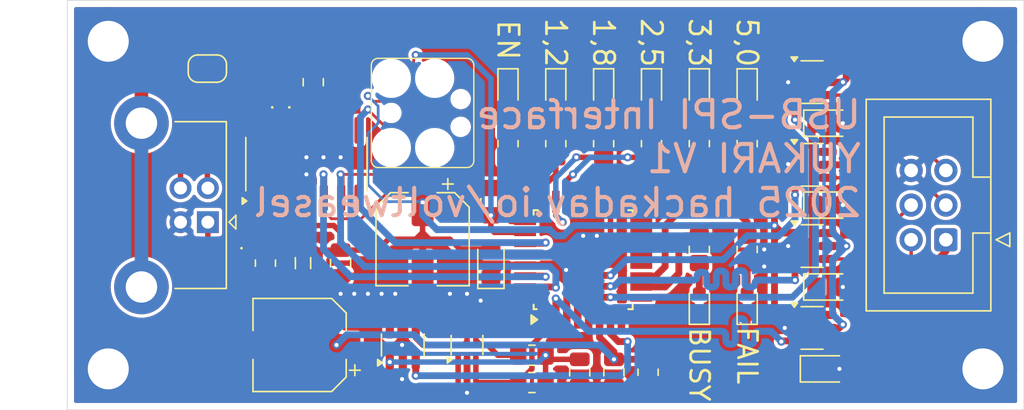
<source format=kicad_pcb>
(kicad_pcb
	(version 20240108)
	(generator "pcbnew")
	(generator_version "8.0")
	(general
		(thickness 1.6)
		(legacy_teardrops no)
	)
	(paper "A4")
	(layers
		(0 "F.Cu" signal)
		(31 "B.Cu" signal)
		(32 "B.Adhes" user "B.Adhesive")
		(33 "F.Adhes" user "F.Adhesive")
		(34 "B.Paste" user)
		(35 "F.Paste" user)
		(36 "B.SilkS" user "B.Silkscreen")
		(37 "F.SilkS" user "F.Silkscreen")
		(38 "B.Mask" user)
		(39 "F.Mask" user)
		(40 "Dwgs.User" user "User.Drawings")
		(41 "Cmts.User" user "User.Comments")
		(42 "Eco1.User" user "User.Eco1")
		(43 "Eco2.User" user "User.Eco2")
		(44 "Edge.Cuts" user)
		(45 "Margin" user)
		(46 "B.CrtYd" user "B.Courtyard")
		(47 "F.CrtYd" user "F.Courtyard")
		(48 "B.Fab" user)
		(49 "F.Fab" user)
		(50 "User.1" user)
		(51 "User.2" user)
		(52 "User.3" user)
		(53 "User.4" user)
		(54 "User.5" user)
		(55 "User.6" user)
		(56 "User.7" user)
		(57 "User.8" user)
		(58 "User.9" user)
	)
	(setup
		(stackup
			(layer "F.SilkS"
				(type "Top Silk Screen")
			)
			(layer "F.Paste"
				(type "Top Solder Paste")
			)
			(layer "F.Mask"
				(type "Top Solder Mask")
				(thickness 0.01)
			)
			(layer "F.Cu"
				(type "copper")
				(thickness 0.035)
			)
			(layer "dielectric 1"
				(type "core")
				(thickness 1.51)
				(material "FR4")
				(epsilon_r 4.5)
				(loss_tangent 0.02)
			)
			(layer "B.Cu"
				(type "copper")
				(thickness 0.035)
			)
			(layer "B.Mask"
				(type "Bottom Solder Mask")
				(thickness 0.01)
			)
			(layer "B.Paste"
				(type "Bottom Solder Paste")
			)
			(layer "B.SilkS"
				(type "Bottom Silk Screen")
			)
			(copper_finish "None")
			(dielectric_constraints no)
		)
		(pad_to_mask_clearance 0)
		(allow_soldermask_bridges_in_footprints no)
		(pcbplotparams
			(layerselection 0x00010fc_ffffffff)
			(plot_on_all_layers_selection 0x0000000_00000000)
			(disableapertmacros no)
			(usegerberextensions no)
			(usegerberattributes yes)
			(usegerberadvancedattributes yes)
			(creategerberjobfile yes)
			(dashed_line_dash_ratio 12.000000)
			(dashed_line_gap_ratio 3.000000)
			(svgprecision 4)
			(plotframeref no)
			(viasonmask no)
			(mode 1)
			(useauxorigin no)
			(hpglpennumber 1)
			(hpglpenspeed 20)
			(hpglpendiameter 15.000000)
			(pdf_front_fp_property_popups yes)
			(pdf_back_fp_property_popups yes)
			(dxfpolygonmode yes)
			(dxfimperialunits yes)
			(dxfusepcbnewfont yes)
			(psnegative no)
			(psa4output no)
			(plotreference yes)
			(plotvalue yes)
			(plotfptext yes)
			(plotinvisibletext no)
			(sketchpadsonfab no)
			(subtractmaskfromsilk no)
			(outputformat 1)
			(mirror no)
			(drillshape 1)
			(scaleselection 1)
			(outputdirectory "")
		)
	)
	(net 0 "")
	(net 1 "GND")
	(net 2 "/DCDC/5V")
	(net 3 "Net-(U1-VUSB)")
	(net 4 "/DCDC/V_Var")
	(net 5 "Net-(D1-A)")
	(net 6 "Net-(D2-A)")
	(net 7 "Net-(D3-A)")
	(net 8 "Net-(D4-A)")
	(net 9 "Net-(D5-A)")
	(net 10 "Net-(D6-A)")
	(net 11 "Net-(D7-A)")
	(net 12 "Net-(D8-A)")
	(net 13 "Net-(D9-K)")
	(net 14 "Net-(D10-K)")
	(net 15 "Net-(D11-K)")
	(net 16 "Net-(J1-Shield)")
	(net 17 "/Output/SCK")
	(net 18 "/Output/MOSI")
	(net 19 "/Output/CS")
	(net 20 "/Output/MISO")
	(net 21 "Net-(L1-Pad1)")
	(net 22 "/uC/!RES")
	(net 23 "/DCDC/SDA")
	(net 24 "/DCDC/SCL")
	(net 25 "Net-(U3-XTAL32K1{slash}PF0)")
	(net 26 "Net-(U3-XTAL32K2{slash}PF1)")
	(net 27 "Net-(U3-PF2)")
	(net 28 "Net-(U3-PF3)")
	(net 29 "Net-(U3-PF4)")
	(net 30 "Net-(U3-PF5)")
	(net 31 "Net-(U3-PD0)")
	(net 32 "Net-(U3-PD1)")
	(net 33 "unconnected-(U1-GP3-Pad8)")
	(net 34 "unconnected-(U1-SDA-Pad9)")
	(net 35 "unconnected-(U1-GP2-Pad7)")
	(net 36 "/uC/RX_D")
	(net 37 "unconnected-(U1-GP0-Pad2)")
	(net 38 "unconnected-(U1-SCL-Pad10)")
	(net 39 "/uC/TX_D")
	(net 40 "unconnected-(U1-GP1-Pad3)")
	(net 41 "unconnected-(U3-PD3-Pad13)")
	(net 42 "unconnected-(U3-PD6-Pad16)")
	(net 43 "unconnected-(U3-VREFA{slash}PD7-Pad17)")
	(net 44 "unconnected-(U3-PD2-Pad12)")
	(net 45 "unconnected-(U3-PC2-Pad8)")
	(net 46 "/DCDC/EN")
	(net 47 "unconnected-(U3-PD5-Pad15)")
	(net 48 "unconnected-(U3-PD4-Pad14)")
	(net 49 "unconnected-(U3-PC3-Pad9)")
	(net 50 "Net-(U2-UPDI)")
	(net 51 "Net-(U4-SENSE{slash}ADJ)")
	(net 52 "Net-(J2-Pin_4)")
	(net 53 "Net-(J2-Pin_2)")
	(net 54 "Net-(J2-Pin_5)")
	(net 55 "Net-(J2-Pin_3)")
	(net 56 "unconnected-(U1-~{RST}-Pad4)")
	(footprint "Connector_IDC:IDC-Header_2x03_P2.54mm_Vertical" (layer "F.Cu") (at 154.29 96.04 180))
	(footprint "Package_TO_SOT_SMD:TSOT-23-5" (layer "F.Cu") (at 114.55 103.75 90))
	(footprint "Package_TO_SOT_SMD:SOT-363_SC-70-6" (layer "F.Cu") (at 119.25 103.75 90))
	(footprint "Diode_SMD:D_0805_2012Metric_Pad1.15x1.40mm_HandSolder" (layer "F.Cu") (at 145.75 87.5))
	(footprint "LED_SMD:LED_0603_1608Metric" (layer "F.Cu") (at 125.75 85 -90))
	(footprint "Capacitor_SMD:CP_Elec_6.3x7.7" (layer "F.Cu") (at 107 103.75 180))
	(footprint "LED_SMD:LED_0603_1608Metric" (layer "F.Cu") (at 129.25 85 -90))
	(footprint "Resistor_SMD:R_0805_2012Metric_Pad1.20x1.40mm_HandSolder" (layer "F.Cu") (at 139.75 89 90))
	(footprint "Package_SO:SOIC-14_3.9x8.7mm_P1.27mm" (layer "F.Cu") (at 107.5 90.5 90))
	(footprint "Diode_SMD:D_0805_2012Metric_Pad1.15x1.40mm_HandSolder" (layer "F.Cu") (at 145.75 99.5))
	(footprint "Resistor_SMD:R_0805_2012Metric_Pad1.20x1.40mm_HandSolder" (layer "F.Cu") (at 132.5 105.75 -90))
	(footprint "Package_TO_SOT_SMD:SOT-23-6" (layer "F.Cu") (at 144.5 96.5))
	(footprint "Diode_SMD:D_0805_2012Metric_Pad1.15x1.40mm_HandSolder" (layer "F.Cu") (at 145.75 93.5))
	(footprint "Diode_SMD:D_0402_1005Metric" (layer "F.Cu") (at 105 85.25 90))
	(footprint "LED_SMD:LED_0603_1608Metric" (layer "F.Cu") (at 136.25 85 -90))
	(footprint "Resistor_SMD:R_0805_2012Metric_Pad1.20x1.40mm_HandSolder" (layer "F.Cu") (at 129.25 89 90))
	(footprint "Resistor_SMD:R_0805_2012Metric_Pad1.20x1.40mm_HandSolder" (layer "F.Cu") (at 136.25 96.75 -90))
	(footprint "LED_SMD:LED_0603_1608Metric" (layer "F.Cu") (at 139.75 85 -90))
	(footprint "Resistor_SMD:R_0805_2012Metric_Pad1.20x1.40mm_HandSolder" (layer "F.Cu") (at 136.25 89 90))
	(footprint "Resistor_SMD:R_0805_2012Metric_Pad1.20x1.40mm_HandSolder" (layer "F.Cu") (at 125.75 89 90))
	(footprint "Diode_SMD:D_0805_2012Metric_Pad1.15x1.40mm_HandSolder" (layer "F.Cu") (at 121 97.75 90))
	(footprint "Capacitor_SMD:C_0805_2012Metric" (layer "F.Cu") (at 110 97.75 90))
	(footprint "Diode_SMD:D_0402_1005Metric" (layer "F.Cu") (at 106.25 85.25 90))
	(footprint "LED_SMD:LED_0603_1608Metric" (layer "F.Cu") (at 122.25 85 -90))
	(footprint "Resistor_SMD:R_0805_2012Metric_Pad1.20x1.40mm_HandSolder" (layer "F.Cu") (at 124 106.5 180))
	(footprint "Capacitor_SMD:C_0805_2012Metric" (layer "F.Cu") (at 108 84.5 90))
	(footprint "Resistor_SMD:R_0805_2012Metric_Pad1.20x1.40mm_HandSolder" (layer "F.Cu") (at 121 93.25 -90))
	(footprint "Diode_SMD:D_0805_2012Metric_Pad1.15x1.40mm_HandSolder" (layer "F.Cu") (at 145.5 105.5))
	(footprint "Resistor_SMD:R_0805_2012Metric_Pad1.20x1.40mm_HandSolder" (layer "F.Cu") (at 132.75 89 90))
	(footprint "Connector_USB:USB_B_Lumberg_2411_02_Horizontal" (layer "F.Cu") (at 100.2875 94.75 180))
	(footprint "Package_QFP:TQFP-32_7x7mm_P0.8mm" (layer "F.Cu") (at 127.75 97.5 90))
	(footprint "Resistor_SMD:R_0805_2012Metric_Pad1.20x1.40mm_HandSolder" (layer "F.Cu") (at 139.75 96.75 -90))
	(footprint "Package_TO_SOT_SMD:SOT-23-6" (layer "F.Cu") (at 144.5 102.5))
	(footprint "Capacitor_SMD:C_0805_2012Metric" (layer "F.Cu") (at 127.5 105.75 90))
	(footprint "Resistor_SMD:R_0805_2012Metric_Pad1.20x1.40mm_HandSolder"
		(layer "F.Cu")
		(uuid "bde8372f-877d-4aa3-85dc-e5707e5759d4")
		(at 104.5 97.75 -90)
		(descr "Resistor SMD 0805 (2012 Metric), square (rectangular) end terminal, IPC_7351 nominal with elongated pad for handsoldering. (Body size source: IPC-SM-782 page 72, https://www.pcb-3d.com/wordpress/wp-content/uploads/ipc-sm-782a_amendment_1_and_2.pdf), generated with kicad-footprint-generator")
		(tags "resistor handsolder")
		(property "Reference" "R1"
			(at 0 -1.65 90)
			(layer "F.SilkS")
			(hide yes)
			(uuid "d1b99235-91c7-444e-a444-d2fc5f2b2bc9")
			(effects
				(font
					(size 1 1)
					(thickness 0.15)
				)
			)
		)
		(property "Value" "R"
			(at 0 1.65 90)
			(layer "F.Fab")
			(hide yes)
			(uuid "1f569b6e-61bc-4946-ac54-48cc45565f21")
			(effects
				(font
					(size 1 1)
					(thickness 0.15)
				)
			)
		)
		(property "Footprint" "Resistor_SMD:R_0805_2012Metric_Pad1.20x1.40mm_HandSolder"
			(at 0 0 -90)
			(unlocked yes)
			(layer "F.Fab")
			(hide yes)
			(uuid "b49df10c-079a-43af-a96c-82c18cab4fea")
			(effects
				(font
					(size 1.27 1.27)
					(thickness 0.15)
				)
			)
		)
		(property "Datasheet" ""
			(at 0 0 -90)
			(unlocked yes)
			(layer "F.Fab")
			(hide yes)
			(uuid "100f122c-e6e5-40a9-b725-296ec3a4ce45")
			(effects
				(font
					(size 1.27 1.27)
					(thickness 0.15)
				)
			)
		)
		(property "Description" "Resistor"
			(at 0 0 -90)
			(unlocked yes)
			(layer "F.Fab")
			(hide yes)
			(uuid "0cae5dd2-650d-4a60-b117-86e8394b56d3")
			(effects
				(font
					(size 1.27 1.27)
					(thickness 0.15)
				)
			)
		)
		(property ki_fp_filters "R_*")
		(path "/8118d7f2-a3e0-4676-8988-ed9faf21862a/741776a4-7c32-45a6-aefb-2ba5ce60d1a6")
		(sheetname "USB_IN")
		(sheetfile "USB.kicad_sch")
		(attr smd)
		(fp_line
			(start -0.227064 0.735)
			(end 0.227064 0.735)
			(stroke
				(width 0.12)
				(type solid)
			)
			(layer "F.SilkS")
			(uuid "b83a0a33-e7af-4db5-abe4-e165cb83e6d5")
		)
		(fp_line
			(start -0.227064 -0.735)
			(end 0.227064 -0.735)
			(stroke
				(width 0.12)
				(type solid)
			)
			(layer "F.SilkS")
			(uuid "a2b2970c-915b-469a-9644-8d349ff298c3")
		)
		(fp_line
			(start -1.85 0.95)
			(end -1.85 -0.95)
			(stroke
				(width 0.05)
				(type solid)
			)
			(layer "F.CrtYd")
			(uuid "a7a39eca-efe8-4757-8883-2e0496cfaf1e")
		)
		(fp_line
			(start 1.85 0.95)
			(end -1.85 0.95)
			(stroke
				(width 0.05)
				(type solid)
			)
			(layer "F.CrtYd")
			(uuid "cfad766a-438f-491a-8916-f738a3cfd89e")
		)
		(fp_line
			(start -1.85 -0.95)
			(end 1.85 -0.95)
			(stroke
				(width 0.05)
				(type solid)
			)
			(layer "F.CrtYd")
			(uuid "bb59dd84-1ef2-438a-98dd-b80d2adb1d90")
		)
		(fp_line
			(start 1.85 -0.95)
			(end 1.85 0.95)
			(stroke
				(width 0.05)
				(type solid)
			)
			(layer "F.CrtYd")
			(uuid "1f4318ba-5735-422a-992f-27dbe6640e12")
		)
		(fp_line
			(start -1 0.625)
			(end -1 -0.625)
			(stroke
				(width 0.1)
				(type solid)
			)
			(layer "F.Fab")
			(uuid "b6563de6-393f-4535-987a-c9d1e994b980")
		)
		(fp_line
			(start 1 0.625)
			(end -1 0.625)
			(stroke
				(width 0.1)
				(type solid)
			)
			(layer "F.Fab")
			(uuid "b3780a67-61e0-4759-931e-58cdaa76a24a")
		)
		(fp_line
			(start -1 -0.625)
			(end 1 -0.625)
			(stroke
				(width 0.1)
				(type solid)
			)
			(layer "F.Fab")
			(uuid "15404d21-b379-43fc-9346-774ada8bb953")
		)
		(fp_line
			(start 1 -0.625)
			(end 1 0.625)
			(stroke
				(width 0.1)
				(type solid)
			)
			(layer "F.Fab")
			(uuid "28700e2d-4589-4cf9-bcd1-7e0cef020e61")
		)
		(fp_text user "${REFERENCE}"
			(at 0 0 90)
			(layer "F.Fab")
			(uuid "6abac743-524f-462d-8a96-55380188e45b")
			(effects
				(font
					(size 0.5 0.5)
					(thickness 0.08)
				)
			)
		)
		(pad "1" smd roundrect
			(at -1 0 270)
			(size 1.2 1.4)
			(layers "F.Cu" "F.Paste" "F.Mask")
			(roundrect_rratio 0.208333)
			(net 13 "Net-(D9-K)")
			(pintype "passive")
			(uuid "586b72d2-9fd8-4c68-bcc3-6106df00d429")
		)
		(pad "2" smd roundrect
			(at 1 0 270)
			(size 1.2 1.4)
			(layers "F.Cu" "F
... [384021 chars truncated]
</source>
